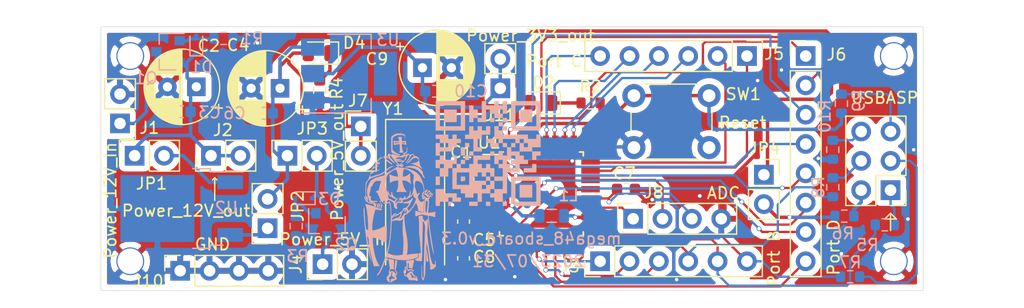
<source format=kicad_pcb>
(kicad_pcb (version 20171130) (host pcbnew "(5.1.7)-1")
  (title_block (title mega48_super_board) (date 2023-07-31) (rev v0.3) (comment 1 "Developers: piro.tex, mostovsky"))
  (layers (0 F.Cu signal) (31 B.Cu signal) (34 B.Paste user) (35 F.Paste user) (36 B.SilkS user) (37 F.SilkS user) (38 B.Mask user) (39 F.Mask user) (44 Edge.Cuts user))
  (net 0 "")
  (net 1 GND)
  (net 2 +5V)
  (net 3 "Net-(C2-Pad1)")
  (net 4 /XTAL1)
  (net 5 /AREF)
  (net 6 /XTAL2)
  (net 7 "Net-(C10-Pad1)")
  (net 8 "Net-(D1-Pad2)")
  (net 9 "Net-(D2-Pad1)")
  (net 10 "Net-(D3-Pad1)")
  (net 11 "Net-(D3-Pad2)")
  (net 12 "Net-(D4-Pad1)")
  (net 13 "Net-(J1-Pad1)")
  (net 14 /SCK)
  (net 15 /MISO)
  (net 16 /MOSI)
  (net 17 /PB2)
  (net 18 /PB1)
  (net 19 /PB0)
  (net 20 "Net-(J4-Pad1)")
  (net 21 /PC5)
  (net 22 /PC4)
  (net 23 /PC3)
  (net 24 /PC2)
  (net 25 /PC1)
  (net 26 /PC0)
  (net 27 /PD7)
  (net 28 /PD6)
  (net 29 /PD5)
  (net 30 /PD4)
  (net 31 /PD3)
  (net 32 /PD2)
  (net 33 /PD1)
  (net 34 /PD0)
  (net 35 /ADC7)
  (net 36 /ADC6)
  (net 37 "Net-(J9-Pad6)")
  (net 38 "Net-(J9-Pad5)")
  (net 39 "Net-(J9-Pad4)")
  (net 40 "Net-(J9-Pad3)")
  (net 41 "Net-(J9-Pad2)")
  (net 42 "Net-(J9-Pad1)")
  (net 43 "Net-(JP1-Pad2)")
  (net 44 "Net-(JP2-Pad1)")
  (net 45 "Net-(JP4-Pad2)")
  (net 46 "Net-(L1-Pad2)")
  (net 47 /RESET)
  (module Connector_PinHeader_2.54mm:PinHeader_2x03_P2.54mm_Vertical (layer F.Cu) (at 144.5 131 180)
    (fp_text reference J9 hide)
    (fp_text value USBASP (at 0.5 8) (layer F.SilkS))
    (pad 6 thru_hole oval (at 2.54 5.08 180) (size 1.7 1.7) (drill 1) (layers *.Cu *.Mask) (net 37 "Net-(J9-Pad6)"))
    (pad 5 thru_hole oval (at 0 5.08 180) (size 1.7 1.7) (drill 1) (layers *.Cu *.Mask) (net 38 "Net-(J9-Pad5)"))
    (pad 4 thru_hole oval (at 2.54 2.54 180) (size 1.7 1.7) (drill 1) (layers *.Cu *.Mask) (net 39 "Net-(J9-Pad4)"))
    (pad 3 thru_hole oval (at 0 2.54 180) (size 1.7 1.7) (drill 1) (layers *.Cu *.Mask) (net 40 "Net-(J9-Pad3)"))
    (pad 2 thru_hole oval (at 2.54 0 180) (size 1.7 1.7) (drill 1) (layers *.Cu *.Mask) (net 41 "Net-(J9-Pad2)"))
    (pad 1 thru_hole rect (at 0 0 180) (size 1.7 1.7) (drill 1) (layers *.Cu *.Mask) (net 42 "Net-(J9-Pad1)"))
  )
  (module Package_TO_SOT_SMD:SOT-23 (layer B.Cu) (at 95.75 134 270)
    (fp_text reference Q2 (at 1.7 -1.65 180) (layer B.SilkS) (effects (justify mirror)))
    (fp_text value AO3401A)
    (pad 3 smd rect (at 1 0 270) (size 0.9 0.8) (layers B.Cu B.Paste B.Mask) (net 20 "Net-(J4-Pad1)"))
    (pad 2 smd rect (at -1 -0.95 270) (size 0.9 0.8) (layers B.Cu B.Paste B.Mask) (net 10 "Net-(D3-Pad1)"))
    (pad 1 smd rect (at -1 0.95 270) (size 0.9 0.8) (layers B.Cu B.Paste B.Mask) (net 11 "Net-(D3-Pad2)"))
  )
  (module Package_TO_SOT_SMD:SOT-23 (layer B.Cu) (at 82 119 180)
    (fp_text reference Q1 (at 1.9 -2.3) (layer B.SilkS) (effects (justify mirror)))
    (fp_text value AO3401A)
    (pad 3 smd rect (at 1 0 180) (size 0.9 0.8) (layers B.Cu B.Paste B.Mask) (net 13 "Net-(J1-Pad1)"))
    (pad 2 smd rect (at -1 -0.95 180) (size 0.9 0.8) (layers B.Cu B.Paste B.Mask) (net 3 "Net-(C2-Pad1)"))
    (pad 1 smd rect (at -1 0.95 180) (size 0.9 0.8) (layers B.Cu B.Paste B.Mask) (net 8 "Net-(D1-Pad2)"))
  )
  (module mine:qr_code_front_10mm (layer B.Cu) (at 109.728 127.8255 180)
    (fp_text reference G*** hide)
    (fp_text value LOGO hide)
  )
  (module mine:knight_10x13mm (layer B.Cu) (at 102.0445 132.5245 180)
    (fp_text reference G*** hide)
    (fp_text value LOGO hide)
  )
  (module MountingHole:MountingHole_2.2mm_M2_Pad (layer F.Cu) (at 144.78 137.16)
    (fp_text reference REF**)
    (fp_text value MountingHole_2.2mm_M2_Pad)
    (pad 1 thru_hole circle (at 0 0) (size 2.4 2.4) (drill 2.2) (layers *.Cu *.Mask) (net 1 GND))
  )
  (module MountingHole:MountingHole_2.2mm_M2_Pad (layer F.Cu) (at 144.78 119.38)
    (fp_text reference REF**)
    (fp_text value MountingHole_2.2mm_M2_Pad)
    (pad 1 thru_hole circle (at 0 0) (size 2.4 2.4) (drill 2.2) (layers *.Cu *.Mask) (net 1 GND))
  )
  (module MountingHole:MountingHole_2.2mm_M2_Pad (layer F.Cu) (at 78.74 137.16)
    (fp_text reference REF**)
    (fp_text value MountingHole_2.2mm_M2_Pad)
    (pad 1 thru_hole circle (at 0 0) (size 2.4 2.4) (drill 2.2) (layers *.Cu *.Mask) (net 1 GND))
  )
  (module Connector_PinHeader_2.54mm:PinHeader_1x08_P2.54mm_Vertical (layer F.Cu) (at 137.16 119.38)
    (fp_text reference J6 (at 2.667 -0.127) (layer F.SilkS))
    (fp_text value "Port D" (at 2.413 16.5735 90) (layer F.SilkS))
    (pad 8 thru_hole oval (at 0 17.78) (size 1.7 1.7) (drill 1) (layers *.Cu *.Mask) (net 27 /PD7))
    (pad 7 thru_hole oval (at 0 15.24) (size 1.7 1.7) (drill 1) (layers *.Cu *.Mask) (net 28 /PD6))
    (pad 6 thru_hole oval (at 0 12.7) (size 1.7 1.7) (drill 1) (layers *.Cu *.Mask) (net 29 /PD5))
    (pad 5 thru_hole oval (at 0 10.16) (size 1.7 1.7) (drill 1) (layers *.Cu *.Mask) (net 30 /PD4))
    (pad 4 thru_hole oval (at 0 7.62) (size 1.7 1.7) (drill 1) (layers *.Cu *.Mask) (net 31 /PD3))
    (pad 3 thru_hole oval (at 0 5.08) (size 1.7 1.7) (drill 1) (layers *.Cu *.Mask) (net 32 /PD2))
    (pad 2 thru_hole oval (at 0 2.54) (size 1.7 1.7) (drill 1) (layers *.Cu *.Mask) (net 33 /PD1))
    (pad 1 thru_hole rect (at 0 0) (size 1.7 1.7) (drill 1) (layers *.Cu *.Mask) (net 34 /PD0))
  )
  (module Connector_PinHeader_2.54mm:PinHeader_1x06_P2.54mm_Vertical (layer F.Cu) (at 132.08 119.38 270)
    (fp_text reference J5 (at -0.1905 -2.3495 180) (layer F.SilkS))
    (fp_text value "Port C" (at 0.4445 16.7005 180) (layer F.SilkS))
    (pad 6 thru_hole oval (at 0 12.7 270) (size 1.7 1.7) (drill 1) (layers *.Cu *.Mask) (net 21 /PC5))
    (pad 5 thru_hole oval (at 0 10.16 270) (size 1.7 1.7) (drill 1) (layers *.Cu *.Mask) (net 22 /PC4))
    (pad 4 thru_hole oval (at 0 7.62 270) (size 1.7 1.7) (drill 1) (layers *.Cu *.Mask) (net 23 /PC3))
    (pad 3 thru_hole oval (at 0 5.08 270) (size 1.7 1.7) (drill 1) (layers *.Cu *.Mask) (net 24 /PC2))
    (pad 2 thru_hole oval (at 0 2.54 270) (size 1.7 1.7) (drill 1) (layers *.Cu *.Mask) (net 25 /PC1))
    (pad 1 thru_hole rect (at 0 0 270) (size 1.7 1.7) (drill 1) (layers *.Cu *.Mask) (net 26 /PC0))
  )
  (module Connector_PinHeader_2.54mm:PinHeader_1x06_P2.54mm_Vertical (layer F.Cu) (at 119.38 137.16 90)
    (fp_text reference J3 (at -0.4445 -2.6035 180) (layer F.SilkS))
    (fp_text value "Port B" (at 0.254 15.03 90) (layer F.SilkS))
    (pad 6 thru_hole oval (at 0 12.7 90) (size 1.7 1.7) (drill 1) (layers *.Cu *.Mask) (net 14 /SCK))
    (pad 5 thru_hole oval (at 0 10.16 90) (size 1.7 1.7) (drill 1) (layers *.Cu *.Mask) (net 15 /MISO))
    (pad 4 thru_hole oval (at 0 7.62 90) (size 1.7 1.7) (drill 1) (layers *.Cu *.Mask) (net 16 /MOSI))
    (pad 3 thru_hole oval (at 0 5.08 90) (size 1.7 1.7) (drill 1) (layers *.Cu *.Mask) (net 17 /PB2))
    (pad 2 thru_hole oval (at 0 2.54 90) (size 1.7 1.7) (drill 1) (layers *.Cu *.Mask) (net 18 /PB1))
    (pad 1 thru_hole rect (at 0 0 90) (size 1.7 1.7) (drill 1) (layers *.Cu *.Mask) (net 19 /PB0))
  )
  (module MountingHole:MountingHole_2.2mm_M2_Pad (layer F.Cu) (at 78.74 119.38)
    (fp_text reference REF**)
    (fp_text value MountingHole_2.2mm_M2_Pad)
    (pad 1 thru_hole circle (at 0 0) (size 2.4 2.4) (drill 2.2) (layers *.Cu *.Mask) (net 1 GND))
  )
  (module Package_TO_SOT_SMD:TO-252-2 (layer B.Cu) (at 83.185 132.588 180)
    (fp_text reference U2 (at -3.8735 0.0635) (layer B.SilkS) (effects (justify mirror)))
    (fp_text value LM78M05_DPAK)
    (pad 2 smd rect (at 2.1 0 180) (size 6.4 5.8) (layers B.Cu B.Mask) (net 1 GND))
    (pad 3 smd rect (at -4.2 -2.28 180) (size 2.2 1.2) (layers B.Cu B.Paste B.Mask) (net 44 "Net-(JP2-Pad1)"))
    (pad 1 smd rect (at -4.2 2.28 180) (size 2.2 1.2) (layers B.Cu B.Paste B.Mask) (net 43 "Net-(JP1-Pad2)"))
  )
  (module Crystal:Crystal_SMD_HC49-SD (layer F.Cu) (at 103.378 131.572 270)
    (fp_text reference Y1 (at -7.62 1.905 180) (layer F.SilkS))
    (fp_text value HC49)
    (pad 2 smd rect (at 4.25 0 270) (size 4.5 2) (layers F.Cu F.Paste F.Mask) (net 6 /XTAL2))
    (pad 1 smd rect (at -4.25 0 270) (size 4.5 2) (layers F.Cu F.Paste F.Mask) (net 4 /XTAL1))
  )
  (module Package_TO_SOT_SMD:SOT-223 (layer B.Cu) (at 97.663 120.904)
    (fp_text reference U3 (at 3.3655 -2.921) (layer B.SilkS) (effects (justify mirror)))
    (fp_text value AZ1117-3.3)
    (pad 1 smd rect (at -3.15 2.3) (size 2 1.5) (layers B.Cu B.Paste B.Mask) (net 1 GND))
    (pad 3 smd rect (at -3.15 -2.3) (size 2 1.5) (layers B.Cu B.Paste B.Mask) (net 2 +5V))
    (pad 2 smd rect (at -3.15 0) (size 2 1.5) (layers B.Cu B.Paste B.Mask) (net 7 "Net-(C10-Pad1)"))
    (pad 4 smd rect (at 3.15 0) (size 2 3.8) (layers B.Cu B.Paste B.Mask))
  )
  (module Package_QFP:TQFP-32_7x7mm_P0.8mm (layer F.Cu) (at 114.3 131.318)
    (fp_text reference U1 (at -4.5085 -4.445) (layer F.SilkS))
    (fp_text value ATmega48-20AU)
    (pad 32 smd rect (at -2.8 -4.25 90) (size 1.6 0.55) (layers F.Cu F.Paste F.Mask) (net 32 /PD2))
    (pad 31 smd rect (at -2 -4.25 90) (size 1.6 0.55) (layers F.Cu F.Paste F.Mask) (net 33 /PD1))
    (pad 30 smd rect (at -1.2 -4.25 90) (size 1.6 0.55) (layers F.Cu F.Paste F.Mask) (net 34 /PD0))
    (pad 29 smd rect (at -0.4 -4.25 90) (size 1.6 0.55) (layers F.Cu F.Paste F.Mask) (net 47 /RESET))
    (pad 28 smd rect (at 0.4 -4.25 90) (size 1.6 0.55) (layers F.Cu F.Paste F.Mask) (net 21 /PC5))
    (pad 27 smd rect (at 1.2 -4.25 90) (size 1.6 0.55) (layers F.Cu F.Paste F.Mask) (net 22 /PC4))
    (pad 26 smd rect (at 2 -4.25 90) (size 1.6 0.55) (layers F.Cu F.Paste F.Mask) (net 23 /PC3))
    (pad 25 smd rect (at 2.8 -4.25 90) (size 1.6 0.55) (layers F.Cu F.Paste F.Mask) (net 24 /PC2))
    (pad 24 smd rect (at 4.25 -2.8) (size 1.6 0.55) (layers F.Cu F.Paste F.Mask) (net 25 /PC1))
    (pad 23 smd rect (at 4.25 -2) (size 1.6 0.55) (layers F.Cu F.Paste F.Mask) (net 26 /PC0))
    (pad 22 smd rect (at 4.25 -1.2) (size 1.6 0.55) (layers F.Cu F.Paste F.Mask) (net 35 /ADC7))
    (pad 21 smd rect (at 4.25 -0.4) (size 1.6 0.55) (layers F.Cu F.Paste F.Mask) (net 1 GND))
    (pad 20 smd rect (at 4.25 0.4) (size 1.6 0.55) (layers F.Cu F.Paste F.Mask) (net 5 /AREF))
    (pad 19 smd rect (at 4.25 1.2) (size 1.6 0.55) (layers F.Cu F.Paste F.Mask) (net 36 /ADC6))
    (pad 18 smd rect (at 4.25 2) (size 1.6 0.55) (layers F.Cu F.Paste F.Mask) (net 46 "Net-(L1-Pad2)"))
    (pad 17 smd rect (at 4.25 2.8) (size 1.6 0.55) (layers F.Cu F.Paste F.Mask) (net 14 /SCK))
    (pad 16 smd rect (at 2.8 4.25 90) (size 1.6 0.55) (layers F.Cu F.Paste F.Mask) (net 15 /MISO))
    (pad 15 smd rect (at 2 4.25 90) (size 1.6 0.55) (layers F.Cu F.Paste F.Mask) (net 16 /MOSI))
    (pad 14 smd rect (at 1.2 4.25 90) (size 1.6 0.55) (layers F.Cu F.Paste F.Mask) (net 17 /PB2))
    (pad 13 smd rect (at 0.4 4.25 90) (size 1.6 0.55) (layers F.Cu F.Paste F.Mask) (net 18 /PB1))
    (pad 12 smd rect (at -0.4 4.25 90) (size 1.6 0.55) (layers F.Cu F.Paste F.Mask) (net 19 /PB0))
    (pad 11 smd rect (at -1.2 4.25 90) (size 1.6 0.55) (layers F.Cu F.Paste F.Mask) (net 27 /PD7))
    (pad 10 smd rect (at -2 4.25 90) (size 1.6 0.55) (layers F.Cu F.Paste F.Mask) (net 28 /PD6))
    (pad 9 smd rect (at -2.8 4.25 90) (size 1.6 0.55) (layers F.Cu F.Paste F.Mask) (net 29 /PD5))
    (pad 8 smd rect (at -4.25 2.8) (size 1.6 0.55) (layers F.Cu F.Paste F.Mask) (net 6 /XTAL2))
    (pad 7 smd rect (at -4.25 2) (size 1.6 0.55) (layers F.Cu F.Paste F.Mask) (net 4 /XTAL1))
    (pad 6 smd rect (at -4.25 1.2) (size 1.6 0.55) (layers F.Cu F.Paste F.Mask) (net 2 +5V))
    (pad 5 smd rect (at -4.25 0.4) (size 1.6 0.55) (layers F.Cu F.Paste F.Mask) (net 1 GND))
    (pad 4 smd rect (at -4.25 -0.4) (size 1.6 0.55) (layers F.Cu F.Paste F.Mask) (net 2 +5V))
    (pad 3 smd rect (at -4.25 -1.2) (size 1.6 0.55) (layers F.Cu F.Paste F.Mask) (net 1 GND))
    (pad 2 smd rect (at -4.25 -2) (size 1.6 0.55) (layers F.Cu F.Paste F.Mask) (net 30 /PD4))
    (pad 1 smd rect (at -4.25 -2.8) (size 1.6 0.55) (layers F.Cu F.Paste F.Mask) (net 31 /PD3))
  )
  (module Button_Switch_THT:SW_PUSH_6mm (layer F.Cu) (at 122.301 122.809)
    (fp_text reference SW1 (at 9.4615 -0.127) (layer F.SilkS))
    (fp_text value Reset (at 9.398 2.3495) (layer F.SilkS))
    (pad 1 thru_hole circle (at 6.5 0 90) (size 2 2) (drill 1.1) (layers *.Cu *.Mask) (net 47 /RESET))
    (pad 2 thru_hole circle (at 6.5 4.5 90) (size 2 2) (drill 1.1) (layers *.Cu *.Mask) (net 1 GND))
    (pad 1 thru_hole circle (at 0 0 90) (size 2 2) (drill 1.1) (layers *.Cu *.Mask) (net 47 /RESET))
    (pad 2 thru_hole circle (at 0 4.5 90) (size 2 2) (drill 1.1) (layers *.Cu *.Mask) (net 1 GND))
  )
  (module Resistor_SMD:R_0603_1608Metric (layer B.Cu) (at 139.5 130.75 270)
    (fp_text reference R8 (at 0 1.25 90) (layer B.SilkS) (effects (justify mirror)))
    (fp_text value 10R)
    (pad 2 smd roundrect (at 0.825 0 270) (size 0.8 0.95) (layers B.Cu B.Paste B.Mask) (net 16 /MOSI))
    (pad 1 smd roundrect (at -0.825 0 270) (size 0.8 0.95) (layers B.Cu B.Paste B.Mask) (net 39 "Net-(J9-Pad4)"))
  )
  (module Resistor_SMD:R_0603_1608Metric (layer B.Cu) (at 141 138.5 180)
    (fp_text reference R7 (at 0 1.25) (layer B.SilkS) (effects (justify mirror)))
    (fp_text value 10R)
    (pad 2 smd roundrect (at 0.825 0 180) (size 0.8 0.95) (layers B.Cu B.Paste B.Mask) (net 14 /SCK))
    (pad 1 smd roundrect (at -0.825 0 180) (size 0.8 0.95) (layers B.Cu B.Paste B.Mask) (net 40 "Net-(J9-Pad3)"))
  )
  (module Resistor_SMD:R_0603_1608Metric (layer B.Cu) (at 139.5 127.5 270)
    (fp_text reference R10 (at -2.9 0.7 90) (layer B.SilkS) (effects (justify mirror)))
    (fp_text value 1R8)
    (pad 2 smd roundrect (at 0.825 0 270) (size 0.8 0.95) (layers B.Cu B.Paste B.Mask) (net 1 GND))
    (pad 1 smd roundrect (at -0.825 0 270) (size 0.8 0.95) (layers B.Cu B.Paste B.Mask) (net 37 "Net-(J9-Pad6)"))
  )
  (module Resistor_SMD:R_0603_1608Metric (layer B.Cu) (at 140.25 123.5 270)
    (fp_text reference R9 (at -0.25 -1.5 90) (layer B.SilkS) (effects (justify mirror)))
    (fp_text value 10R)
    (pad 2 smd roundrect (at 0.825 0 270) (size 0.8 0.95) (layers B.Cu B.Paste B.Mask) (net 47 /RESET))
    (pad 1 smd roundrect (at -0.825 0 270) (size 0.8 0.95) (layers B.Cu B.Paste B.Mask) (net 38 "Net-(J9-Pad5)"))
  )
  (module Resistor_SMD:R_0603_1608Metric (layer B.Cu) (at 144 134 180)
    (fp_text reference R5 (at 1.5 -1.75) (layer B.SilkS) (effects (justify mirror)))
    (fp_text value 10R)
    (pad 2 smd roundrect (at 0.825 0 180) (size 0.8 0.95) (layers B.Cu B.Paste B.Mask) (net 15 /MISO))
    (pad 1 smd roundrect (at -0.825 0 180) (size 0.8 0.95) (layers B.Cu B.Paste B.Mask) (net 42 "Net-(J9-Pad1)"))
  )
  (module Resistor_SMD:R_0603_1608Metric (layer B.Cu) (at 140.5 133.25 180)
    (fp_text reference R6 (at 0.127 -1.5 180) (layer B.SilkS) (effects (justify mirror)))
    (fp_text value 1R8)
    (pad 2 smd roundrect (at 0.825 0 180) (size 0.8 0.95) (layers B.Cu B.Paste B.Mask) (net 45 "Net-(JP4-Pad2)"))
    (pad 1 smd roundrect (at -0.825 0 180) (size 0.8 0.95) (layers B.Cu B.Paste B.Mask) (net 41 "Net-(J9-Pad2)"))
  )
  (module Resistor_SMD:R_0603_1608Metric (layer F.Cu) (at 95.123 122.365 270)
    (fp_text reference R4 (at -0.191 -1.4605 90) (layer F.SilkS))
    (fp_text value 3k3)
    (pad 2 smd roundrect (at 0.825 0 270) (size 0.8 0.95) (layers F.Cu F.Paste F.Mask) (net 1 GND))
    (pad 1 smd roundrect (at -0.825 0 270) (size 0.8 0.95) (layers F.Cu F.Paste F.Mask) (net 12 "Net-(D4-Pad1)"))
  )
  (module Resistor_SMD:R_0603_1608Metric (layer B.Cu) (at 93.091 134.112 270)
    (fp_text reference R3 (at 2.6035 -0.127 180) (layer B.SilkS) (effects (justify mirror)))
    (fp_text value 10k)
    (pad 2 smd roundrect (at 0.825 0 270) (size 0.8 0.95) (layers B.Cu B.Paste B.Mask) (net 1 GND))
    (pad 1 smd roundrect (at -0.825 0 270) (size 0.8 0.95) (layers B.Cu B.Paste B.Mask) (net 11 "Net-(D3-Pad2)"))
  )
  (module Resistor_SMD:R_0603_1608Metric (layer F.Cu) (at 118.554 123.444)
    (fp_text reference R2 (at 0 -1.43) (layer F.SilkS))
    (fp_text value 3k3)
    (pad 2 smd roundrect (at 0.825 0) (size 0.8 0.95) (layers F.Cu F.Paste F.Mask) (net 47 /RESET))
    (pad 1 smd roundrect (at -0.825 0) (size 0.8 0.95) (layers F.Cu F.Paste F.Mask) (net 9 "Net-(D2-Pad1)"))
  )
  (module Resistor_SMD:R_0603_1608Metric (layer B.Cu) (at 86.804 117.856)
    (fp_text reference R1 (at 2.477 0) (layer B.SilkS) (effects (justify mirror)))
    (fp_text value 10k)
    (pad 2 smd roundrect (at 0.825 0) (size 0.8 0.95) (layers B.Cu B.Paste B.Mask) (net 1 GND))
    (pad 1 smd roundrect (at -0.825 0) (size 0.8 0.95) (layers B.Cu B.Paste B.Mask) (net 8 "Net-(D1-Pad2)"))
  )
  (module Inductor_SMD:L_0805_2012Metric (layer B.Cu) (at 115.189 133.223)
    (fp_text reference L1 (at 1.4605 -1.778 180) (layer B.SilkS) (effects (justify mirror)))
    (fp_text value 10u)
    (pad 2 smd roundrect (at 1.0625 0) (size 0.875 1.2) (layers B.Cu B.Paste B.Mask) (net 46 "Net-(L1-Pad2)"))
    (pad 1 smd roundrect (at -1.0625 0) (size 0.875 1.2) (layers B.Cu B.Paste B.Mask) (net 2 +5V))
  )
  (module Connector_PinSocket_2.54mm:PinSocket_1x02_P2.54mm_Vertical (layer F.Cu) (at 133.5405 129.667)
    (fp_text reference JP4 (at 0.0635 -2.286) (layer F.SilkS))
    (fp_text value Jumper_NO_Small)
    (pad 2 thru_hole oval (at 0 2.54) (size 1.7 1.7) (drill 1) (layers *.Cu *.Mask) (net 45 "Net-(JP4-Pad2)"))
    (pad 1 thru_hole rect (at 0 0) (size 1.7 1.7) (drill 1) (layers *.Cu *.Mask) (net 2 +5V))
  )
  (module Connector_PinSocket_2.54mm:PinSocket_1x02_P2.54mm_Vertical (layer F.Cu) (at 92.329 128.016 90)
    (fp_text reference JP3 (at 2.3495 2.159 180) (layer F.SilkS))
    (fp_text value Jumper_NO_Small)
    (pad 2 thru_hole oval (at 0 2.54 90) (size 1.7 1.7) (drill 1) (layers *.Cu *.Mask) (net 10 "Net-(D3-Pad1)"))
    (pad 1 thru_hole rect (at 0 0 90) (size 1.7 1.7) (drill 1) (layers *.Cu *.Mask) (net 2 +5V))
  )
  (module Connector_PinSocket_2.54mm:PinSocket_1x02_P2.54mm_Vertical (layer F.Cu) (at 90.6145 134.3025 180)
    (fp_text reference JP2 (at -2.6035 1.905 90) (layer F.SilkS))
    (fp_text value Jumper_NO_Small)
    (pad 2 thru_hole oval (at 0 2.54 180) (size 1.7 1.7) (drill 1) (layers *.Cu *.Mask) (net 2 +5V))
    (pad 1 thru_hole rect (at 0 0 180) (size 1.7 1.7) (drill 1) (layers *.Cu *.Mask) (net 44 "Net-(JP2-Pad1)"))
  )
  (module Connector_PinSocket_2.54mm:PinSocket_1x02_P2.54mm_Vertical (layer F.Cu) (at 79.121 128.016 90)
    (fp_text reference JP1 (at -2.413 1.4605 180) (layer F.SilkS))
    (fp_text value Jumper_NO_Small)
    (pad 2 thru_hole oval (at 0 2.54 90) (size 1.7 1.7) (drill 1) (layers *.Cu *.Mask) (net 43 "Net-(JP1-Pad2)"))
    (pad 1 thru_hole rect (at 0 0 90) (size 1.7 1.7) (drill 1) (layers *.Cu *.Mask) (net 3 "Net-(C2-Pad1)"))
  )
  (module Connector_PinHeader_2.54mm:PinHeader_1x02_P2.54mm_Vertical (layer F.Cu) (at 110.744 122.174 180)
    (fp_text reference J11 (at 0 -2.33) (layer F.SilkS))
    (fp_text value Power_3V3_out (at -2.6035 4.572) (layer F.SilkS))
    (pad 2 thru_hole oval (at 0 2.54 180) (size 1.7 1.7) (drill 1) (layers *.Cu *.Mask) (net 7 "Net-(C10-Pad1)"))
    (pad 1 thru_hole rect (at 0 0 180) (size 1.7 1.7) (drill 1) (layers *.Cu *.Mask) (net 7 "Net-(C10-Pad1)"))
  )
  (module Connector_PinSocket_2.54mm:PinSocket_1x04_P2.54mm_Vertical (layer F.Cu) (at 83.058 137.9855 90)
    (fp_text reference J10 (at -0.889 -2.77 180) (layer F.SilkS))
    (fp_text value GND (at 2.286 2.794 180) (layer F.SilkS))
    (pad 4 thru_hole oval (at 0 7.62 90) (size 1.7 1.7) (drill 1) (layers *.Cu *.Mask) (net 1 GND))
    (pad 3 thru_hole oval (at 0 5.08 90) (size 1.7 1.7) (drill 1) (layers *.Cu *.Mask) (net 1 GND))
    (pad 2 thru_hole oval (at 0 2.54 90) (size 1.7 1.7) (drill 1) (layers *.Cu *.Mask) (net 1 GND))
    (pad 1 thru_hole rect (at 0 0 90) (size 1.7 1.7) (drill 1) (layers *.Cu *.Mask) (net 1 GND))
  )
  (module Connector_PinSocket_2.54mm:PinSocket_1x04_P2.54mm_Vertical (layer F.Cu) (at 122.2375 133.477 90)
    (fp_text reference J8 (at 2.286 1.778 180) (layer F.SilkS))
    (fp_text value ADC (at 2.2225 7.8105 180) (layer F.SilkS))
    (pad 4 thru_hole oval (at 0 7.62 90) (size 1.7 1.7) (drill 1) (layers *.Cu *.Mask) (net 1 GND))
    (pad 3 thru_hole oval (at 0 5.08 90) (size 1.7 1.7) (drill 1) (layers *.Cu *.Mask) (net 5 /AREF))
    (pad 2 thru_hole oval (at 0 2.54 90) (size 1.7 1.7) (drill 1) (layers *.Cu *.Mask) (net 35 /ADC7))
    (pad 1 thru_hole rect (at 0 0 90) (size 1.7 1.7) (drill 1) (layers *.Cu *.Mask) (net 36 /ADC6))
  )
  (module Connector_PinHeader_2.54mm:PinHeader_1x02_P2.54mm_Vertical (layer F.Cu) (at 98.679 125.476)
    (fp_text reference J7 (at -0.254 -2.2225) (layer F.SilkS))
    (fp_text value Power_5V_out (at -2.032 3.1115 90) (layer F.SilkS))
    (pad 2 thru_hole oval (at 0 2.54) (size 1.7 1.7) (drill 1) (layers *.Cu *.Mask) (net 2 +5V))
    (pad 1 thru_hole rect (at 0 0) (size 1.7 1.7) (drill 1) (layers *.Cu *.Mask) (net 2 +5V))
  )
  (module Connector_PinHeader_2.54mm:PinHeader_1x02_P2.54mm_Vertical (layer F.Cu) (at 95.377 137.414 90)
    (fp_text reference J4 (at 0 -2.33 90) (layer F.SilkS))
    (fp_text value Power_5V_in (at 2.159 0.8255 180) (layer F.SilkS))
    (pad 2 thru_hole oval (at 0 2.54 90) (size 1.7 1.7) (drill 1) (layers *.Cu *.Mask) (net 1 GND))
    (pad 1 thru_hole rect (at 0 0 90) (size 1.7 1.7) (drill 1) (layers *.Cu *.Mask) (net 20 "Net-(J4-Pad1)"))
  )
  (module Connector_PinHeader_2.54mm:PinHeader_1x02_P2.54mm_Vertical (layer F.Cu) (at 85.725 128.016 90)
    (fp_text reference J2 (at 2.2225 1.016 180) (layer F.SilkS))
    (fp_text value Power_12V_out (at -4.7625 -2.159 180) (layer F.SilkS))
    (pad 2 thru_hole oval (at 0 2.54 90) (size 1.7 1.7) (drill 1) (layers *.Cu *.Mask) (net 3 "Net-(C2-Pad1)"))
    (pad 1 thru_hole rect (at 0 0 90) (size 1.7 1.7) (drill 1) (layers *.Cu *.Mask) (net 3 "Net-(C2-Pad1)"))
  )
  (module Connector_PinHeader_2.54mm:PinHeader_1x02_P2.54mm_Vertical (layer F.Cu) (at 77.851 125.222 180)
    (fp_text reference J1 (at -2.54 -0.381) (layer F.SilkS))
    (fp_text value Power_12V_in (at 0.8255 -6.6675 90) (layer F.SilkS))
    (pad 2 thru_hole oval (at 0 2.54 180) (size 1.7 1.7) (drill 1) (layers *.Cu *.Mask) (net 1 GND))
    (pad 1 thru_hole rect (at 0 0 180) (size 1.7 1.7) (drill 1) (layers *.Cu *.Mask) (net 13 "Net-(J1-Pad1)"))
  )
  (module Diode_SMD:D_0805_2012Metric (layer F.Cu) (at 95.0745 119.126 180)
    (fp_text reference D4 (at -3.033 0.889) (layer F.SilkS))
    (fp_text value LED)
    (pad 2 smd roundrect (at 0.9375 0 180) (size 0.975 1.4) (layers F.Cu F.Paste F.Mask) (net 2 +5V))
    (pad 1 smd roundrect (at -0.9375 0 180) (size 0.975 1.4) (layers F.Cu F.Paste F.Mask) (net 12 "Net-(D4-Pad1)"))
  )
  (module Diode_SMD:D_SC-80 (layer B.Cu) (at 93.726 131.699 180)
    (fp_text reference D3 (at -2.2225 -0.0635) (layer B.SilkS) (effects (justify mirror)))
    (fp_text value BZX84Cxx)
    (pad 1 smd rect (at -0.725 0 180) (size 0.35 0.35) (layers B.Cu B.Paste B.Mask) (net 10 "Net-(D3-Pad1)"))
    (pad 2 smd rect (at 0.725 0 180) (size 0.35 0.35) (layers B.Cu B.Paste B.Mask) (net 11 "Net-(D3-Pad2)"))
  )
  (module Diode_SMD:D_0805_2012Metric (layer F.Cu) (at 114.2515 123.444 180)
    (fp_text reference D2 (at -0.239 1.778) (layer F.SilkS))
    (fp_text value LED)
    (pad 2 smd roundrect (at 0.9375 0 180) (size 0.975 1.4) (layers F.Cu F.Paste F.Mask) (net 2 +5V))
    (pad 1 smd roundrect (at -0.9375 0 180) (size 0.975 1.4) (layers F.Cu F.Paste F.Mask) (net 9 "Net-(D2-Pad1)"))
  )
  (module Diode_SMD:D_SC-80 (layer B.Cu) (at 84.455 118.364 90)
    (fp_text reference D1 (at -1.9685 0.4445 180) (layer B.SilkS) (effects (justify mirror)))
    (fp_text value BZX84Cxx)
    (pad 1 smd rect (at -0.725 0 90) (size 0.35 0.35) (layers B.Cu B.Paste B.Mask) (net 3 "Net-(C2-Pad1)"))
    (pad 2 smd rect (at 0.725 0 90) (size 0.35 0.35) (layers B.Cu B.Paste B.Mask) (net 8 "Net-(D1-Pad2)"))
  )
  (module Capacitor_SMD:C_0603_1608Metric (layer B.Cu) (at 105.029 122.428)
    (fp_text reference C10 (at 3.175 0) (layer B.SilkS) (effects (justify mirror)))
    (fp_text value 100n)
    (pad 2 smd roundrect (at 0.775 0) (size 0.9 0.95) (layers B.Cu B.Paste B.Mask) (net 1 GND))
    (pad 1 smd roundrect (at -0.775 0) (size 0.9 0.95) (layers B.Cu B.Paste B.Mask) (net 7 "Net-(C10-Pad1)"))
  )
  (module Capacitor_THT:CP_Radial_D6.3mm_P2.50mm (layer F.Cu) (at 104.013 120.396)
    (fp_text reference C9 (at -3.937 -0.762) (layer F.SilkS))
    (fp_text value 220u)
    (pad 2 thru_hole circle (at 2.5 0) (size 1.6 1.6) (drill 0.8) (layers *.Cu *.Mask) (net 1 GND))
    (pad 1 thru_hole rect (at 0 0) (size 1.6 1.6) (drill 0.8) (layers *.Cu *.Mask) (net 7 "Net-(C10-Pad1)"))
  )
  (module Capacitor_SMD:C_0603_1608Metric (layer F.Cu) (at 107.569 136.906 270)
    (fp_text reference C8 (at -0.127 -1.778 180) (layer F.SilkS))
    (fp_text value 22p)
    (pad 2 smd roundrect (at 0.775 0 270) (size 0.9 0.95) (layers F.Cu F.Paste F.Mask) (net 1 GND))
    (pad 1 smd roundrect (at -0.775 0 270) (size 0.9 0.95) (layers F.Cu F.Paste F.Mask) (net 6 /XTAL2))
  )
  (module Capacitor_SMD:C_0603_1608Metric (layer F.Cu) (at 121.6155 130.9116)
    (fp_text reference C7 (at -0.14 -1.3716) (layer F.SilkS))
    (fp_text value 100n)
    (pad 2 smd roundrect (at 0.775 0) (size 0.9 0.95) (layers F.Cu F.Paste F.Mask) (net 1 GND))
    (pad 1 smd roundrect (at -0.775 0) (size 0.9 0.95) (layers F.Cu F.Paste F.Mask) (net 5 /AREF))
  )
  (module Capacitor_SMD:C_0603_1608Metric (layer B.Cu) (at 90.297 124.333 180)
    (fp_text reference C6 (at 2.54 0) (layer B.SilkS) (effects (justify mirror)))
    (fp_text value 100n)
    (pad 2 smd roundrect (at 0.775 0 180) (size 0.9 0.95) (layers B.Cu B.Paste B.Mask) (net 1 GND))
    (pad 1 smd roundrect (at -0.775 0 180) (size 0.9 0.95) (layers B.Cu B.Paste B.Mask) (net 2 +5V))
  )
  (module Capacitor_SMD:C_0603_1608Metric (layer F.Cu) (at 107.569 133.718 90)
    (fp_text reference C5 (at -1.6005 1.778 180) (layer F.SilkS))
    (fp_text value 22p)
    (pad 2 smd roundrect (at 0.775 0 90) (size 0.9 0.95) (layers F.Cu F.Paste F.Mask) (net 1 GND))
    (pad 1 smd roundrect (at -0.775 0 90) (size 0.9 0.95) (layers F.Cu F.Paste F.Mask) (net 4 /XTAL1))
  )
  (module Capacitor_THT:CP_Radial_D6.3mm_P2.50mm (layer F.Cu) (at 91.694 122.174 180)
    (fp_text reference C4 (at 3.6195 3.7465) (layer F.SilkS))
    (fp_text value 220u)
    (pad 2 thru_hole circle (at 2.5 0 180) (size 1.6 1.6) (drill 0.8) (layers *.Cu *.Mask) (net 1 GND))
    (pad 1 thru_hole rect (at 0 0 180) (size 1.6 1.6) (drill 0.8) (layers *.Cu *.Mask) (net 2 +5V))
  )
  (module Capacitor_SMD:C_0603_1608Metric (layer B.Cu) (at 83.185 124.206 180)
    (fp_text reference C3 (at -2.413 -0.0635) (layer B.SilkS) (effects (justify mirror)))
    (fp_text value 100n)
    (pad 2 smd roundrect (at 0.775 0 180) (size 0.9 0.95) (layers B.Cu B.Paste B.Mask) (net 1 GND))
    (pad 1 smd roundrect (at -0.775 0 180) (size 0.9 0.95) (layers B.Cu B.Paste B.Mask) (net 3 "Net-(C2-Pad1)"))
  )
  (module Capacitor_SMD:C_0603_1608Metric (layer F.Cu) (at 107.95 130.048 90)
    (fp_text reference C1 (at 2.3495 -0.5715) (layer F.SilkS))
    (fp_text value 100n)
    (pad 2 smd roundrect (at 0.775 0 90) (size 0.9 0.95) (layers F.Cu F.Paste F.Mask) (net 1 GND))
    (pad 1 smd roundrect (at -0.775 0 90) (size 0.9 0.95) (layers F.Cu F.Paste F.Mask) (net 2 +5V))
  )
  (module Capacitor_THT:CP_Radial_D6.3mm_P2.50mm (layer F.Cu) (at 84.455 122.047 180)
    (fp_text reference C2 (at -1.0795 3.556) (layer F.SilkS))
    (fp_text value 220u)
    (pad 2 thru_hole circle (at 2.5 0 180) (size 1.6 1.6) (drill 0.8) (layers *.Cu *.Mask) (net 1 GND))
    (pad 1 thru_hole rect (at 0 0 180) (size 1.6 1.6) (drill 0.8) (layers *.Cu *.Mask) (net 3 "Net-(C2-Pad1)"))
  )
  (gr_line (start 145 133.5) (end 144.5 133) (layer F.SilkS) (width 0.12))
  (gr_line (start 144 133.5) (end 145 133.5) (layer F.SilkS) (width 0.12))
  (gr_line (start 144.5 133) (end 144 133.5) (layer F.SilkS) (width 0.12))
  (gr_line (start 144.5 133) (end 144.5 134.5) (layer F.SilkS) (width 0.12))
  (gr_text 2023/07/31 (at 113.157 137.16) (layer B.SilkS) (effects (font (size 1 1)) (justify mirror)))
  (gr_text mega48_sboard_v0.3 (at 113.411 135.1915) (layer B.SilkS) (effects (font (size 1 1)) (justify mirror)))
  (gr_line (start 86.0425 129.921) (end 86.233 130.1115) (layer F.SilkS) (width 0.12))
  (gr_line (start 86.0425 129.921) (end 85.852 130.1115) (layer F.SilkS) (width 0.12))
  (gr_line (start 86.0425 131.8895) (end 86.0425 129.921) (layer F.SilkS) (width 0.12))
  (gr_line (start 147.32 139.7) (end 147.32 116.84) (layer Edge.Cuts) (width 0.05))
  (gr_line (start 76.2 139.7) (end 147.32 139.7) (layer Edge.Cuts) (width 0.05))
  (gr_line (start 76.2 116.84) (end 76.2 139.7) (layer Edge.Cuts) (width 0.05))
  (gr_line (start 147.32 116.84) (end 76.2 116.84) (layer Edge.Cuts) (width 0.05))
  (segment (start 118.55 130.918) (end 117.45 130.918) (width 0.3) (layer F.Cu) (net 1))
  (via (at 116.967 128.4685) (size 0.4) (drill 0.3) (layers F.Cu B.Cu) (net 1))
  (segment (start 116.967 130.435) (end 116.967 128.4685) (width 0.3) (layer F.Cu) (net 1))
  (segment (start 122.246 127.254) (end 122.301 127.309) (width 0.3) (layer B.Cu) (net 1))
  (segment (start 118.1815 127.254) (end 122.246 127.254) (width 0.3) (layer B.Cu) (net 1))
  (segment (start 116.967 128.4685) (end 118.1815 127.254) (width 0.3) (layer B.Cu) (net 1))
  (segment (start 117.45 130.918) (end 116.967 130.435) (width 0.3) (layer F.Cu) (net 1))
  (via (at 135.0645 120.5865) (size 0.4) (drill 0.3) (layers F.Cu B.Cu) (net 1))
  (segment (start 143.5735 120.5865) (end 144.78 119.38) (width 0.3) (layer B.Cu) (net 1))
  (segment (start 135.0645 120.5865) (end 143.5735 120.5865) (width 0.3) (layer B.Cu) (net 1))
  (via (at 106.6165 128.27) (size 0.4) (drill 0.3) (layers F.Cu B.Cu) (net 1))
  (segment (start 107.6325 127.254) (end 106.6165 128.27) (width 0.3) (layer B.Cu) (net 1))
  (segment (start 118.1815 127.254) (end 107.6325 127.254) (width 0.3) (layer B.Cu) (net 1))
  (segment (start 106.947 128.27) (end 107.95 129.273) (width 0.3) (layer F.Cu) (net 1))
  (segment (start 106.6165 128.27) (end 106.947 128.27) (width 0.3) (layer F.Cu) (net 1))
  (via (at 106.6165 132.2705) (size 0.4) (drill 0.3) (layers F.Cu B.Cu) (net 1))
  (segment (start 106.6165 128.27) (end 106.6165 132.2705) (width 0.3) (layer B.Cu) (net 1))
  (segment (start 106.6165 132.2705) (end 106.6165 132.7785) (width 0.3) (layer F.Cu) (net 1))
  (segment (start 106.781 132.943) (end 107.569 132.943) (width 0.3) (layer F.Cu) (net 1))
  (segment (start 106.6165 132.7785) (end 106.781 132.943) (width 0.3) (layer F.Cu) (net 1))
  (segment (start 108.795 130.118) (end 110.05 130.118) (width 0.3) (layer F.Cu) (net 1))
  (segment (start 107.95 129.273) (end 108.795 130.118) (width 0.3) (layer F.Cu) (net 1))
  (segment (start 108.794 131.718) (end 107.569 132.943) (width 0.3) (layer F.Cu) (net 1))
  (segment (start 110.05 131.718) (end 108.794 131.718) (width 0.3) (layer F.Cu) (net 1))
  (segment (start 130.175 130.55741) (end 130.175 133.477) (width 0.3) (layer F.Cu) (net 1))
  (segment (start 133.280001 127.452409) (end 130.175 130.55741) (width 0.3) (layer F.Cu) (net 1))
  (segment (start 133.280001 122.370999) (end 133.280001 127.452409) (width 0.3) (layer F.Cu) (net 1))
  (segment (start 135.0645 120.5865) (end 133.280001 122.370999) (width 0.3) (layer F.Cu) (net 1))
  (via (at 123.8885 131.826) (size 0.4) (drill 0.3) (layers F.Cu B.Cu) (net 1))
  (segment (start 122.3905 131.0005) (end 123.216 131.826) (width 0.3) (layer F.Cu) (net 1))
  (segment (start 123.216 131.826) (end 123.8885 131.826) (width 0.3) (layer F.Cu) (net 1))
  (segment (start 129.8575 134.874) (end 129.8575 133.477) (width 0.3) (layer B.Cu) (net 1))
  (segment (start 129.6035 135.128) (end 129.8575 134.874) (width 0.3) (layer B.Cu) (net 1))
  (segment (start 126.492 135.128) (end 129.6035 135.128) (width 0.3) (layer B.Cu) (net 1))
  (segment (start 126.0475 134.6835) (end 126.492 135.128) (width 0.3) (layer B.Cu) (net 1))
  (segment (start 126.0475 132.52591) (end 126.0475 134.6835) (width 0.3) (layer B.Cu) (net 1))
  (segment (start 125.34759 131.826) (end 126.0475 132.52591) (width 0.3) (layer B.Cu) (net 1))
  (segment (start 123.8885 131.826) (end 125.34759 131.826) (width 0.3) (layer B.Cu) (net 1))
  (via (at 133 121.5) (size 0.4) (drill 0.3) (layers F.Cu B.Cu) (net 1))
  (via (at 138.25 128.25) (size 0.4) (drill 0.3) (layers F.Cu B.Cu) (net 1))
  (via (at 140.25 136.5) (size 0.4) (drill 0.3) (layers F.Cu B.Cu) (net 1))
  (via (at 146.5 127.5) (size 0.4) (drill 0.3) (layers F.Cu B.Cu) (net 1))
  (via (at 146 133.5) (size 0.4) (drill 0.3) (layers F.Cu B.Cu) (net 1))
  (via (at 128 131.5) (size 0.4) (drill 0.3) (layers F.Cu B.Cu) (net 1))
  (via (at 126 138.75) (size 0.4) (drill 0.3) (layers F.Cu B.Cu) (net 1))
  (via (at 112 138.5) (size 0.4) (drill 0.3) (layers F.Cu B.Cu) (net 1))
  (via (at 106 138.75) (size 0.4) (drill 0.3) (layers F.Cu B.Cu) (net 1))
  (via (at 96.75 130.75) (size 0.4) (drill 0.3) (layers F.Cu B.Cu) (net 1))
  (via (at 89.75 118.25) (size 0.4) (drill 0.3) (layers F.Cu B.Cu) (net 1))
  (segment (start 138.325 128.325) (end 138.25 128.25) (width 0.3) (layer B.Cu) (net 1))
  (segment (start 139.5 128.325) (end 138.325 128.325) (width 0.3) (layer B.Cu) (net 1))
  (segment (start 126 138.75) (end 125.75 138.5) (width 0.3) (layer B.Cu) (net 1))
  (segment (start 125.75 135.87) (end 126.492 135.128) (width 0.3) (layer B.Cu) (net 1))
  (segment (start 125.75 138.5) (end 125.75 135.87) (width 0.3) (layer B.Cu) (net 1))
  (segment (start 92.329 128.016) (end 91.567 128.016) (width 0.3) (layer B.Cu) (net 2))
  (segment (start 91.072 127.521) (end 91.072 124.333) (width 0.3) (layer B.Cu) (net 2))
  (segment (start 91.567 128.016) (end 91.072 127.521) (width 0.3) (layer B.Cu) (net 2))
  (segment (start 91.072 122.796) (end 91.694 122.174) (width 0.3) (layer B.Cu) (net 2))
  (segment (start 91.072 124.333) (end 91.072 122.796) (width 0.3) (layer B.Cu) (net 2))
  (segment (start 91.694 122.174) (end 91.694 119.634) (width 0.3) (layer B.Cu) (net 2))
  (segment (start 92.724 118.604) (end 94.513 118.604) (width 0.3) (layer B.Cu) (net 2))
  (segment (start 91.694 119.634) (end 92.724 118.604) (width 0.3) (layer B.Cu) (net 2))
  (segment (start 91.694 122.174) (end 91.694 120.269) (width 0.3) (layer F.Cu) (net 2))
  (segment (start 92.837 119.126) (end 94.137 119.126) (width 0.3) (layer F.Cu) (net 2))
  (segment (start 91.694 120.269) (end 92.456 119.507) (width 0.3) (layer F.Cu) (net 2))
  (segment (start 92.456 119.507) (end 92.837 119.126) (width 0.3) (layer F.Cu) (net 2))
  (segment (start 93.599 121.158) (end 93.599 124.587) (width 0.3) (layer F.Cu) (net 2))
  (segment (start 92.456 120.015) (end 93.599 121.158) (width 0.3) (layer F.Cu) (net 2))
  (segment (start 93.599 124.587) (end 94.488 125.476) (width 0.3) (layer F.Cu) (net 2))
  (segment (start 92.456 119.507) (end 92.456 120.015) (width 0.3) (layer F.Cu) (net 2))
  (segment (start 98.679 125.476) (end 98.679 128.016) (width 0.3) (layer F.Cu) (net 2))
  (segment (start 94.488 125.476) (end 97.409 125.476) (width 0.3) (layer F.Cu) (net 2))
  (segment (start 97.409 125.476) (end 98.679 125.476) (width 0.3) (layer F.Cu) (net 2))
  (segment (start 105.169 130.823) (end 107.95 130.823) (width 0.3) (layer F.Cu) (net 2))
  (segment (start 104.902 130.556) (end 105.169 130.823) (width 0.3) (layer F.Cu) (net 2))
  (segment (start 104.902 124.965998) (end 104.902 130.556) (width 0.3) (layer F.Cu) (net 2))
  (segment (start 104.142002 124.206) (end 104.902 124.965998) (width 0.3) (layer F.Cu) (net 2))
  (segment (start 97.536 124.206) (end 104.142002 124.206) (width 0.3) (layer F.Cu) (net 2))
  (segment (start 97.409 124.333) (end 97.536 124.206) (width 0.3) (layer F.Cu) (net 2))
  (segment (start 97.409 125.476) (end 97.409 124.333) (width 0.3) (layer F.Cu) (net 2))
  (segment (start 109.955 130.823) (end 110.05 130.918) (width 0.3) (layer F.Cu) (net 2))
  (segment (start 107.95 130.823) (end 109.955 130.823) (width 0.3) (layer F.Cu) (net 2))
  (segment (start 111.233 130.918) (end 110.05 130.918) (width 0.3) (layer F.Cu) (net 2))
  (segment (start 111.379 131.064) (end 111.233 130.918) (width 0.3) (layer F.Cu) (net 2))
  (segment (start 111.379 132.334) (end 111.379 131.064) (width 0.3) (layer F.Cu) (net 2))
  (segment (start 111.195 132.518) (end 111.379 132.334) (width 0.3) (layer F.Cu) (net 2))
  (segment (start 110.05 132.518) (end 111.195 132.518) (width 0.3) (layer F.Cu) (net 2))
  (segment (start 111.379 132.334) (end 111.76 132.334) (width 0.3) (layer F.Cu) (net 2))
  (via (at 111.76 132.334) (size 0.4) (drill 0.3) (layers F.Cu B.Cu) (net 2))
  (segment (start 112.649 133.223) (end 114.1265 133.223) (width 0.3) (layer B.Cu) (net 2))
  (segment (start 111.76 132.334) (end 112.649 133.223) (width 0.3) (layer B.Cu) (net 2))
  (segment (start 113.314 124.303) (end 113.314 123.444) (width 0.3) (layer F.Cu) (net 2))
  (segment (start 112.651002 124.965998) (end 113.314 124.303) (width 0.3) (layer F.Cu) (net 2))
  (segment (start 104.902 124.965998) (end 112.206502 124.965998) (width 0.3) (layer F.Cu) (net 2))
  (segment (start 112.206502 124.965998) (end 112.651002 124.965998) (width 0.3) (layer F.Cu) (net 2))
  (segment (start 133.858 123.825) (end 133.858 129.667) (width 0.3) (layer F.Cu) (net 2))
  (segment (start 138.811 123.1265) (end 134.5565 123.1265) (width 0.3) (layer F.Cu) (net 2))
  (segment (start 112.206502 124.965998) (end 112.206502 118.552498) (width 0.3) (layer F.Cu) (net 2))
  (segment (start 134.5565 123.1265) (end 133.858 123.825) (width 0.3) (layer F.Cu) (net 2))
  (segment (start 139.38801 122.54949) (end 138.811 123.1265) (width 0.3) (layer F.Cu) (net 2))
  (segment (start 113.54399 117.21501) (end 138.93201 117.21501) (width 0.3) (layer F.Cu) (net 2))
  (segment (start 112.206502 118.552498) (end 113.54399 117.21501) (width 0.3) (layer F.Cu) (net 2))
  (segment (start 138.93201 117.21501) (end 139.38801 117.67101) (width 0.3) (layer F.Cu) (net 2))
  (segment (start 139.38801 117.67101) (end 139.38801 122.54949) (width 0.3) (layer F.Cu) (net 2))
  (segment (start 92.329 130.048) (end 90.6145 131.7625) (width 0.3) (layer B.Cu) (net 2))
  (segment (start 92.329 128.016) (end 92.329 130.048) (width 0.3) (layer B.Cu) (net 2))
  (segment (start 83.656 119.888) (end 84.455 119.089) (width 0.3) (layer B.Cu) (net 3))
  (segment (start 83.656 121.248) (end 84.455 122.047) (width 0.3) (layer B.Cu) (net 3))
  (segment (start 83.96 121.552) (end 83.656 121.248) (width 0.3) (layer B.Cu) (net 3))
  (segment (start 83.96 124.206) (end 83.96 121.552) (width 0.3) (layer B.Cu) (net 3))
  (segment (start 83.96 126.251) (end 85.725 128.016) (width 0.3) (layer B.Cu) (net 3))
  (segment (start 83.96 124.206) (end 83.96 126.251) (width 0.3) (layer B.Cu) (net 3))
  (segment (start 79.121 128.016) (end 79.121 127.381) (width 0.3) (layer B.Cu) (net 3))
  (segment (start 80.251 126.251) (end 83.96 126.251) (width 0.3) (layer B.Cu) (net 3))
  (segment (start 79.121 127.381) (end 80.251 126.251) (width 0.3) (layer B.Cu) (net 3))
  (segment (start 85.725 128.016) (end 88.265 128.016) (width 0.3) (layer B.Cu) (net 3))
  (segment (start 83.2 119.95) (end 83.656 120.406) (width 0.3) (layer B.Cu) (net 3))
  (segment (start 83 119.95) (end 83.2 119.95) (width 0.3) (layer B.Cu) (net 3))
  (segment (start 83.656 120.406) (end 83.656 121.248) (width 0.3) (layer B.Cu) (net 3))
  (segment (start 83.656 119.888) (end 83.656 120.406) (width 0.3) (layer B.Cu) (net 3))
  (segment (start 107.569 134.493) (end 106.426 134.493) (width 0.2) (layer F.Cu) (net 4))
  (segment (start 103.378 131.445) (end 103.378 127.322) (width 0.2) (layer F.Cu) (net 4))
  (segment (start 106.426 134.493) (end 103.378 131.445) (width 0.2) (layer F.Cu) (net 4))
  (segment (start 108.744 133.318) (end 110.05 133.318) (width 0.2) (layer F.Cu) (net 4))
  (segment (start 107.569 134.493) (end 108.744 133.318) (width 0.2) (layer F.Cu) (net 4))
  (segment (start 118.55 131.718) (end 120.0975 131.718) (width 0.2) (layer F.Cu) (net 5))
  (segment (start 120.123 131.718) (end 120.8405 131.0005) (width 0.2) (layer F.Cu) (net 5))
  (segment (start 120.0975 131.718) (end 120.123 131.718) (width 0.2) (layer F.Cu) (net 5))
  (segment (start 120.904 131.318) (end 120.204 132.018) (width 0.2) (layer B.Cu) (net 5))
  (via (at 120.142 132.018) (size 0.4) (drill 0.3) (layers F.Cu B.Cu) (net 5))
  (segment (start 120.142 132.018) (end 120.142 131.7625) (width 0.2) (layer F.Cu) (net 5))
  (segment (start 120.142 131.7625) (end 120.0975 131.718) (width 0.2) (layer F.Cu) (net 5))
  (segment (start 127.635 133.477) (end 125.476 131.318) (width 0.2) (layer B.Cu) (net 5))
  (segment (start 125.476 131.318) (end 120.904 131.318) (width 0.2) (layer B.Cu) (net 5))
  (segment (start 120.204 132.018) (end 120.142 132.018) (width 0.2) (layer B.Cu) (net 5))
  (segment (start 103.687 136.131) (end 103.378 135.822) (width 0.2) (layer F.Cu) (net 6))
  (segment (start 107.569 136.131) (end 103.687 136.131) (width 0.2) (layer F.Cu) (net 6))
  (segment (start 108.037 136.131) (end 110.05 134.118) (width 0.2) (layer F.Cu) (net 6))
  (segment (start 107.569 136.131) (end 108.037 136.131) (width 0.2) (layer F.Cu) (net 6))
  (segment (start 102.235 118.618) (end 104.013 120.396) (width 0.3) (layer B.Cu) (net 7))
  (segment (start 98.552 118.618) (end 102.235 118.618) (width 0.3) (layer B.Cu) (net 7))
  (segment (start 96.266 120.904) (end 98.552 118.618) (width 0.3) (layer B.Cu) (net 7))
  (segment (start 94.513 120.904) (end 96.266 120.904) (width 0.3) (layer B.Cu) (net 7))
  (segment (start 104.013 122.187) (end 104.254 122.428) (width 0.3) (layer B.Cu) (net 7))
  (segment (start 104.013 120.396) (end 104.013 122.187) (width 0.3) (layer B.Cu) (net 7))
  (segment (start 104.254 122.428) (end 104.254 123.431) (width 0.3) (layer B.Cu) (net 7))
  (segment (start 104.254 123.431) (end 104.648 123.825) (width 0.3) (layer B.Cu) (net 7))
  (segment (start 109.093 123.825) (end 110.744 122.174) (width 0.3) (layer B.Cu) (net 7))
  (segment (start 104.648 123.825) (end 109.093 123.825) (width 0.3) (layer B.Cu) (net 7))
  (segment (start 110.744 122.174) (end 110.744 119.634) (width 0.3) (layer B.Cu) (net 7))
  (segment (start 84.206 117.888) (end 84.455 117.639) (width 0.3) (layer B.Cu) (net 8))
  (segment (start 85.947 117.888) (end 85.979 117.856) (width 0.3) (layer B.Cu) (net 8))
  (segment (start 84.206 117.888) (end 85.947 117.888) (width 0.3) (layer B.Cu) (net 8))
  (segment (start 84.206 117.888) (end 83.862 117.888) (width 0.3) (layer B.Cu) (net 8))
  (segment (start 83.7 118.05) (end 83 118.05) (width 0.3) (layer B.Cu) (net 8))
  (segment (start 83.862 117.888) (end 83.7 118.05) (width 0.3) (layer B.Cu) (net 8))
  (segment (start 115.189 123.444) (end 117.729 123.444) (width 0.3) (layer F.Cu) (net 9))
  (segment (start 94.869 128.016) (end 94.869 131.408) (width 0.3) (layer B.Cu) (net 10))
  (segment (start 94.742 131.408) (end 94.451 131.699) (width 0.3) (layer B.Cu) (net 10))
  (segment (start 94.869 131.408) (end 94.742 131.408) (width 0.3) (layer B.Cu) (net 10))
  (segment (start 94.869 131.408) (end 94.908 131.408) (width 0.3) (layer B.Cu) (net 10))
  (segment (start 94.908 131.408) (end 95.75 132.25) (width 0.3) (layer B.Cu) (net 10))
  (segment (start 95.75 132.25) (end 95.75 132.75) (width 0.3) (layer B.Cu) (net 10))
  (segment (start 96 133) (end 96.7 133) (width 0.3) (layer B.Cu) (net 10))
  (segment (start 95.75 132.75) (end 96 133) (width 0.3) (layer B.Cu) (net 10))
  (segment (start 93.001 133.197) (end 93.091 133.287) (width 0.3) (layer B.Cu) (net 11))
  (segment (start 93.001 132.251) (end 93.501 132.251) (width 0.3) (layer B.Cu) (net 11))
  (segment (start 93.001 131.826) (end 93.001 132.251) (width 0.3) (layer B.Cu) (net 11))
  (segment (start 93.001 132.251) (end 93.001 133.197) (width 0.3) (layer B.Cu) (net 11))
  (segment (start 94.25 133) (end 94.8 133) (width 0.3) (layer B.Cu) (net 11))
  (segment (start 93.501 132.251) (end 94.25 133) (width 0.3) (layer B.Cu) (net 11))
  (segment (start 96.012 120.651) (end 95.123 121.54) (width 0.3) (layer F.Cu) (net 12))
  (segment (start 96.012 119.126) (end 96.012 120.651) (width 0.3) (layer F.Cu) (net 12))
  (segment (start 79.121 125.222) (end 77.851 125.222) (width 0.3) (layer B.Cu) (net 13))
  (segment (start 80.137 124.206) (end 79.121 125.222) (width 0.3) (layer B.Cu) (net 13))
  (segment (start 80.137 121.158) (end 80.137 124.206) (width 0.3) (layer B.Cu) (net 13))
  (segment (start 81 120.295) (end 80.137 121.158) (width 0.3) (layer B.Cu) (net 13))
  (segment (start 81 119) (end 81 120.295) (width 0.3) (layer B.Cu) (net 13))
  (segment (start 118.55 134.118) (end 119.286989 134.854989) (width 0.2) (layer F.Cu) (net 14))
  (segment (start 119.286989 134.854989) (end 129.774989 134.854989) (width 0.2) (layer F.Cu) (net 14))
  (segment (start 129.774989 134.854989) (end 132.08 137.16) (width 0.2) (layer F.Cu) (net 14))
  (segment (start 132.08 137.16) (end 133.41 137.16) (width 0.2) (layer B.Cu) (net 14))
  (segment (start 134.75 138.5) (end 140.175 138.5) (width 0.2) (layer B.Cu) (net 14))
  (segment (start 133.41 137.16) (end 134.75 138.5) (width 0.2) (layer B.Cu) (net 14))
  (segment (start 117.159 135.509) (end 117.1 135.568) (width 0.2) (layer F.Cu) (net 15))
  (segment (start 117.413 135.255) (end 117.1 135.568) (width 0.2) (layer F.Cu) (net 15))
  (segment (start 129.01299 135.255) (end 117.413 135.255) (width 0.2) (layer F.Cu) (net 15))
  (segment (start 129.54 135.78201) (end 129.01299 135.255) (width 0.2) (layer F.Cu) (net 15))
  (segment (start 129.54 137.16) (end 129.54 135.78201) (width 0.2) (layer F.Cu) (net 15))
  (segment (start 143.175 134.825) (end 143.175 134) (width 0.2) (layer B.Cu) (net 15))
  (segment (start 141 137) (end 143.175 134.825) (width 0.2) (layer B.Cu) (net 15))
  (segment (start 141 139) (end 141 137) (width 0.2) (layer B.Cu) (net 15))
  (segment (start 130.52501 139.27501) (end 140.72499 139.27501) (width 0.2) (layer B.Cu) (net 15))
  (segment (start 129.54 138.29) (end 130.52501 139.27501) (width 0.2) (layer B.Cu) (net 15))
  (segment (start 140.72499 139.27501) (end 141 139) (width 0.2) (layer B.Cu) (net 15))
  (segment (start 129.54 137.16) (end 129.54 138.29) (width 0.2) (layer B.Cu) (net 15))
  (segment (start 116.3 136.8105) (end 116.3 135.568) (width 0.2) (layer F.Cu) (net 16))
  (segment (start 116.5225 137.033) (end 116.3 136.8105) (width 0.2) (layer F.Cu) (net 16))
  (segment (start 117.856 136.779) (end 117.602 137.033) (width 0.2) (layer F.Cu) (net 16))
  (segment (start 117.856 135.9535) (end 117.856 136.779) (width 0.2) (layer F.Cu) (net 16))
  (segment (start 117.602 137.033) (end 116.5225 137.033) (width 0.2) (layer F.Cu) (net 16))
  (segment (start 126.238 135.6995) (end 118.11 135.6995) (width 0.2) (layer F.Cu) (net 16))
  (segment (start 118.11 135.6995) (end 117.856 135.9535) (width 0.2) (layer F.Cu) (net 16))
  (segment (start 127 136.4615) (end 126.238 135.6995) (width 0.2) (layer F.Cu) (net 16))
  (segment (start 127 137.16) (end 127 136.4615) (width 0.2) (layer F.Cu) (net 16))
  (segment (start 138.575 131.575) (end 139.5 131.575) (width 0.2) (layer B.Cu) (net 16))
  (segment (start 137.75 130.75) (end 138.575 131.575) (width 0.2) (layer B.Cu) (net 16))
  (segment (start 136.25 130.75) (end 137.75 130.75) (width 0.2) (layer B.Cu) (net 16))
  (segment (start 134.75 132.25) (end 136.25 130.75) (width 0.2) (layer B.Cu) (net 16))
  (segment (start 134.75 134.5) (end 134.75 132.25) (width 0.2) (layer B.Cu) (net 16))
  (segment (start 133.5 135.75) (end 134.75 134.5) (width 0.2) (layer B.Cu) (net 16))
  (segment (start 127.75 135.75) (end 133.5 135.75) (width 0.2) (layer B.Cu) (net 16))
  (segment (start 127 136.5) (end 127.75 135.75) (width 0.2) (layer B.Cu) (net 16))
  (segment (start 127 137.16) (end 127 136.5) (width 0.2) (layer B.Cu) (net 16))
  (segment (start 115.5 138.4235) (end 115.5 135.568) (width 0.2) (layer F.Cu) (net 17))
  (segment (start 116.0145 138.938) (end 115.5 138.4235) (width 0.2) (layer F.Cu) (net 17))
  (segment (start 124.46 137.16) (end 122.682 138.938) (width 0.2) (layer F.Cu) (net 17))
  (segment (start 122.682 138.938) (end 116.0145 138.938) (width 0.2) (layer F.Cu) (net 17))
  (segment (start 114.7 137.903) (end 114.681 137.922) (width 0.2) (layer F.Cu) (net 18))
  (segment (start 114.7 135.568) (end 114.7 137.903) (width 0.2) (layer F.Cu) (net 18))
  (via (at 114.681 137.922) (size 0.4) (drill 0.3) (layers F.Cu B.Cu) (net 18))
  (via (at 116.078 138.2395) (size 0.4) (drill 0.3) (layers F.Cu B.Cu) (net 18))
  (segment (start 114.681 137.922) (end 115.7605 137.922) (width 0.2) (layer B.Cu) (net 18))
  (segment (start 115.7605 137.922) (end 116.078 138.2395) (width 0.2) (layer B.Cu) (net 18))
  (segment (start 120.65 138.43) (end 121.92 137.16) (width 0.2) (layer F.Cu) (net 18))
  (segment (start 116.2685 138.43) (end 120.65 138.43) (width 0.2) (layer F.Cu) (net 18))
  (segment (start 116.078 138.2395) (end 116.2685 138.43) (width 0.2) (layer F.Cu) (net 18))
  (segment (start 113.9 136.76) (end 114.1095 136.9695) (width 0.2) (layer F.Cu) (net 19))
  (segment (start 113.9 135.568) (end 113.9 136.76) (width 0.2) (layer F.Cu) (net 19))
  (segment (start 119.38 137.16) (end 114.3 137.16) (width 0.2) (layer B.Cu) (net 19))
  (segment (start 114.3 137.16) (end 114.1095 136.9695) (width 0.2) (layer B.Cu) (net 19))
  (via (at 114.1095 136.9695) (size 0.4) (drill 0.3) (layers F.Cu B.Cu) (net 19))
  (segment (start 95.75 135.75) (end 95.377 136.123) (width 0.3) (layer B.Cu) (net 20))
  (segment (start 95.75 135) (end 95.75 135.75) (width 0.3) (layer B.Cu) (net 20))
  (segment (start 95.377 137.414) (end 95.377 136.123) (width 0.3) (layer B.Cu) (net 20))
  (segment (start 119.38 119.38) (end 115.189 119.38) (width 0.2) (layer B.Cu) (net 21))
  (segment (start 114.752409 119.816591) (end 114.752409 125.772) (width 0.2) (layer B.Cu) (net 21))
  (via (at 114.752409 125.772) (size 0.4) (drill 0.3) (layers F.Cu B.Cu) (net 21))
  (segment (start 115.189 119.38) (end 114.752409 119.816591) (width 0.2) (layer B.Cu) (net 21))
  (segment (start 114.752409 127.015591) (end 114.7 127.068) (width 0.2) (layer F.Cu) (net 21))
  (segment (start 114.752409 125.772) (end 114.752409 127.015591) (width 0.2) (layer F.Cu) (net 21))
  (segment (start 121.92 119.38) (end 119.761 121.539) (width 0.2) (layer B.Cu) (net 22))
  (segment (start 119.761 121.539) (end 115.824 121.539) (width 0.2) (layer B.Cu) (net 22))
  (via (at 115.443 125.772) (size 0.4) (drill 0.3) (layers F.Cu B.Cu) (net 22))
  (segment (start 115.443 121.92) (end 115.443 125.772) (width 0.2) (layer B.Cu) (net 22))
  (segment (start 115.824 121.539) (end 115.443 121.92) (width 0.2) (layer B.Cu) (net 22))
  (segment (start 115.443 127.011) (end 115.5 127.068) (width 0.2) (layer F.Cu) (net 22))
  (segment (start 115.443 125.772) (end 115.443 127.011) (width 0.2) (layer F.Cu) (net 22))
  (via (at 116.332 125.772) (size 0.4) (drill 0.3) (layers F.Cu B.Cu) (net 23))
  (segment (start 116.332 127.036) (end 116.3 127.068) (width 0.2) (layer F.Cu) (net 23))
  (segment (start 116.332 125.772) (end 116.332 127.036) (width 0.2) (layer F.Cu) (net 23))
  (segment (start 116.332 125.623002) (end 116.332 125.772) (width 0.2) (layer B.Cu) (net 23))
  (segment (start 121.178002 120.777) (end 116.332 125.623002) (width 0.2) (layer B.Cu) (net 23))
  (segment (start 123.063 120.777) (end 121.178002 120.777) (width 0.2) (layer B.Cu) (net 23))
  (segment (start 124.46 119.38) (end 123.063 120.777) (width 0.2) (layer B.Cu) (net 23))
  (segment (start 127 119.38) (end 125.095 121.285) (width 0.2) (layer B.Cu) (net 24))
  (segment (start 125.095 121.285) (end 121.285 121.285) (width 0.2) (layer B.Cu) (net 24))
  (segment (start 121.285 121.285) (end 117.094 125.476) (width 0.2) (layer B.Cu) (net 24))
  (via (at 117.094 125.772) (size 0.4) (drill 0.3) (layers F.Cu B.Cu) (net 24))
  (segment (start 117.094 125.476) (end 117.094 125.772) (width 0.2) (layer B.Cu) (net 24))
  (segment (start 117.094 127.062) (end 117.1 127.068) (width 0.2) (layer F.Cu) (net 24))
  (segment (start 117.094 125.772) (end 117.094 127.062) (width 0.2) (layer F.Cu) (net 24))
  (segment (start 118.641001 128.609001) (end 130.216999 128.609001) (width 0.2) (layer F.Cu) (net 25))
  (segment (start 118.55 128.518) (end 118.641001 128.609001) (width 0.2) (layer F.Cu) (net 25))
  (segment (start 130.216999 120.056999) (end 129.54 119.38) (width 0.2) (layer F.Cu) (net 25))
  (segment (start 130.216999 128.609001) (end 130.216999 120.056999) (width 0.2) (layer F.Cu) (net 25))
  (segment (start 118.55 129.318) (end 120.364 129.318) (width 0.2) (layer F.Cu) (net 26))
  (segment (start 120.65101 129.03099) (end 131.06501 129.03099) (width 0.2) (layer F.Cu) (net 26))
  (segment (start 120.364 129.318) (end 120.65101 129.03099) (width 0.2) (layer F.Cu) (net 26))
  (segment (start 132.08 128.016) (end 132.08 119.38) (width 0.2) (layer F.Cu) (net 26))
  (segment (start 131.06501 129.03099) (end 132.08 128.016) (width 0.2) (layer F.Cu) (net 26))
  (segment (start 113.1 137.081002) (end 115.357009 139.338011) (width 0.2) (layer F.Cu) (net 27))
  (segment (start 134.981989 139.338011) (end 136.310001 138.009999) (width 0.2) (layer F.Cu) (net 27))
  (segment (start 113.1 135.568) (end 113.1 137.081002) (width 0.2) (layer F.Cu) (net 27))
  (segment (start 115.357009 139.338011) (end 134.981989 139.338011) (width 0.2) (layer F.Cu) (net 27))
  (segment (start 136.310001 138.009999) (end 137.16 137.16) (width 0.2) (layer F.Cu) (net 27))
  (via (at 115.563509 130.85386) (size 0.4) (drill 0.3) (layers F.Cu B.Cu) (net 28))
  (segment (start 112.3 134.117369) (end 115.563509 130.85386) (width 0.2) (layer F.Cu) (net 28))
  (segment (start 112.3 135.568) (end 112.3 134.117369) (width 0.2) (layer F.Cu) (net 28))
  (via (at 133.123439 134.338561) (size 0.4) (drill 0.3) (layers F.Cu B.Cu) (net 28))
  (segment (start 137.16 134.62) (end 133.404878 134.62) (width 0.2) (layer F.Cu) (net 28))
  (segment (start 133.404878 134.62) (end 133.123439 134.338561) (width 0.2) (layer F.Cu) (net 28))
  (segment (start 115.563509 130.85386) (end 129.638738 130.85386) (width 0.2) (layer B.Cu) (net 28))
  (segment (start 129.638738 130.85386) (end 133.123439 134.338561) (width 0.2) (layer B.Cu) (net 28))
  (via (at 114.554 130.3655) (size 0.4) (drill 0.3) (layers F.Cu B.Cu) (net 29))
  (segment (start 111.5 135.568) (end 111.5 133.4195) (width 0.2) (layer F.Cu) (net 29))
  (segment (start 111.5 133.4195) (end 114.554 130.3655) (width 0.2) (layer F.Cu) (net 29))
  (via (at 131.635498 132.0165) (size 0.4) (drill 0.3) (layers F.Cu B.Cu) (net 29))
  (segment (start 114.554 130.3655) (end 114.753999 130.165501) (width 0.2) (layer B.Cu) (net 29))
  (segment (start 114.753999 130.165501) (end 129.784499 130.165501) (width 0.2) (layer B.Cu) (net 29))
  (segment (start 129.784499 130.165501) (end 131.635498 132.0165) (width 0.2) (layer B.Cu) (net 29))
  (segment (start 137.16 132.08) (end 137.16 132.693002) (width 0.2) (layer F.Cu) (net 29))
  (segment (start 137.16 132.693002) (end 135.868002 133.985) (width 0.2) (layer F.Cu) (net 29))
  (segment (start 135.868002 133.985) (end 133.603998 133.985) (width 0.2) (layer F.Cu) (net 29))
  (segment (start 133.603998 133.985) (end 131.635498 132.0165) (width 0.2) (layer F.Cu) (net 29))
  (via (at 112.0775 129.7305) (size 0.4) (drill 0.3) (layers F.Cu B.Cu) (net 30))
  (segment (start 111.718498 129.7305) (end 112.0775 129.7305) (width 0.2) (layer F.Cu) (net 30))
  (segment (start 111.305998 129.318) (end 111.718498 129.7305) (width 0.2) (layer F.Cu) (net 30))
  (segment (start 110.05 129.318) (end 111.305998 129.318) (width 0.2) (layer F.Cu) (net 30))
  (segment (start 112.0775 129.7305) (end 131.064 129.7305) (width 0.2) (layer B.Cu) (net 30))
  (segment (start 134.955002 130.81) (end 135.136 130.81) (width 0.2) (layer B.Cu) (net 30))
  (segment (start 134.948001 130.817001) (end 134.955002 130.81) (width 0.2) (layer B.Cu) (net 30))
  (via (at 135.136 130.81) (size 0.4) (drill 0.3) (layers F.Cu B.Cu) (net 30))
  (segment (start 132.150501 130.817001) (end 134.948001 130.817001) (width 0.2) (layer B.Cu) (net 30))
  (segment (start 131.064 129.7305) (end 132.150501 130.817001) (width 0.2) (layer B.Cu) (net 30))
  (segment (start 135.89 130.81) (end 137.16 129.54) (width 0.2) (layer F.Cu) (net 30))
  (segment (start 135.136 130.81) (end 135.89 130.81) (width 0.2) (layer F.Cu) (net 30))
  (via (at 111.6965 128.9685) (size 0.4) (drill 0.3) (layers F.Cu B.Cu) (net 31))
  (segment (start 111.246 128.518) (end 111.6965 128.9685) (width 0.2) (layer F.Cu) (net 31))
  (segment (start 110.05 128.518) (end 111.246 128.518) (width 0.2) (layer F.Cu) (net 31))
  (segment (start 111.6965 128.9685) (end 131.0005 128.9685) (width 0.2) (layer B.Cu) (net 31))
  (segment (start 132.969 127) (end 137.16 127) (width 0.2) (layer B.Cu) (net 31))
  (segment (start 131.0005 128.9685) (end 132.969 127) (width 0.2) (layer B.Cu) (net 31))
  (via (at 111.633 125.73) (size 0.4) (drill 0.3) (layers F.Cu B.Cu) (net 32))
  (segment (start 111.5 125.863) (end 111.633 125.73) (width 0.2) (layer F.Cu) (net 32))
  (segment (start 111.5 127.068) (end 111.5 125.863) (width 0.2) (layer F.Cu) (net 32))
  (segment (start 134.112 121.412) (end 137.16 124.46) (width 0.2) (layer B.Cu) (net 32))
  (segment (start 113.538 118.364) (end 114.3 117.602) (width 0.2) (layer B.Cu) (net 32))
  (segment (start 114.3 117.602) (end 134.112 117.602) (width 0.2) (layer B.Cu) (net 32))
  (segment (start 113.538 123.825) (end 113.538 118.364) (width 0.2) (layer B.Cu) (net 32))
  (segment (start 111.633 125.73) (end 113.538 123.825) (width 0.2) (layer B.Cu) (net 32))
  (segment (start 134.112 117.602) (end 134.112 121.412) (width 0.2) (layer B.Cu) (net 32))
  (segment (start 138.937999 120.142001) (end 137.16 121.92) (width 0.2) (layer F.Cu) (net 33))
  (segment (start 138.937999 117.857409) (end 138.937999 120.142001) (width 0.2) (layer F.Cu) (net 33))
  (segment (start 138.80959 117.729) (end 138.937999 117.857409) (width 0.2) (layer F.Cu) (net 33))
  (segment (start 114.808 117.729) (end 138.80959 117.729) (width 0.2) (layer F.Cu) (net 33))
  (segment (start 112.3 126.068) (end 114.3 124.068) (width 0.2) (layer F.Cu) (net 33))
  (segment (start 114.3 118.237) (end 114.808 117.729) (width 0.2) (layer F.Cu) (net 33))
  (segment (start 112.3 127.068) (end 112.3 126.068) (width 0.2) (layer F.Cu) (net 33))
  (segment (start 114.3 124.068) (end 114.3 118.237) (width 0.2) (layer F.Cu) (net 33))
  (segment (start 128.504989 118.129011) (end 135.909011 118.129011) (width 0.2) (layer F.Cu) (net 34))
  (segment (start 128.27 118.364) (end 128.504989 118.129011) (width 0.2) (layer F.Cu) (net 34))
  (segment (start 128.27 120.396) (end 128.27 118.364) (width 0.2) (layer F.Cu) (net 34))
  (segment (start 135.909011 118.129011) (end 137.16 119.38) (width 0.2) (layer F.Cu) (net 34))
  (segment (start 127.889 120.777) (end 128.27 120.396) (width 0.2) (layer F.Cu) (net 34))
  (segment (start 119.888 120.777) (end 127.889 120.777) (width 0.2) (layer F.Cu) (net 34))
  (segment (start 118.618 122.047) (end 119.888 120.777) (width 0.2) (layer F.Cu) (net 34))
  (segment (start 118.618 123.737122) (end 118.618 122.047) (width 0.2) (layer F.Cu) (net 34))
  (segment (start 117.583132 124.77199) (end 118.618 123.737122) (width 0.2) (layer F.Cu) (net 34))
  (segment (start 114.2406 124.77199) (end 117.583132 124.77199) (width 0.2) (layer F.Cu) (net 34))
  (segment (start 113.1 125.91259) (end 114.2406 124.77199) (width 0.2) (layer F.Cu) (net 34))
  (segment (start 113.1 127.068) (end 113.1 125.91259) (width 0.2) (layer F.Cu) (net 34))
  (segment (start 124.7775 130.7465) (end 124.7775 133.477) (width 0.2) (layer F.Cu) (net 35))
  (segment (start 118.55 130.118) (end 124.149 130.118) (width 0.2) (layer F.Cu) (net 35))
  (segment (start 124.149 130.118) (end 124.7775 130.7465) (width 0.2) (layer F.Cu) (net 35))
  (segment (start 121.2785 132.518) (end 122.2375 133.477) (width 0.2) (layer F.Cu) (net 36))
  (segment (start 118.55 132.518) (end 121.2785 132.518) (width 0.2) (layer F.Cu) (net 36))
  (segment (start 141.205 126.675) (end 141.96 125.92) (width 0.2) (layer B.Cu) (net 37))
  (segment (start 139.5 126.675) (end 141.205 126.675) (width 0.2) (layer B.Cu) (net 37))
  (segment (start 140.25 122.675) (end 144.175 122.675) (width 0.2) (layer B.Cu) (net 38))
  (segment (start 144.5 123) (end 144.5 125.92) (width 0.2) (layer B.Cu) (net 38))
  (segment (start 144.175 122.675) (end 144.5 123) (width 0.2) (layer B.Cu) (net 38))
  (segment (start 140.495 129.925) (end 141.96 128.46) (width 0.2) (layer B.Cu) (net 39))
  (segment (start 139.5 129.925) (end 140.495 129.925) (width 0.2) (layer B.Cu) (net 39))
  (segment (start 146.21 128.46) (end 144.5 128.46) (width 0.2) (layer B.Cu) (net 40))
  (segment (start 146.75 138.25) (end 146.75 129) (width 0.2) (layer B.Cu) (net 40))
  (segment (start 146.75 129) (end 146.21 128.46) (width 0.2) (layer B.Cu) (net 40))
  (segment (start 146 139) (end 146.75 138.25) (width 0.2) (layer B.Cu) (net 40))
  (segment (start 143.25 139) (end 146 139) (width 0.2) (layer B.Cu) (net 40))
  (segment (start 142.75 138.5) (end 143.25 139) (width 0.2) (layer B.Cu) (net 40))
  (segment (start 141.825 138.5) (end 142.75 138.5) (width 0.2) (layer B.Cu) (net 40))
  (segment (start 141.325 133.25) (end 141.325 132.675) (width 0.3) (layer B.Cu) (net 41))
  (segment (start 141.96 132.04) (end 141.96 131) (width 0.3) (layer B.Cu) (net 41))
  (segment (start 141.325 132.675) (end 141.96 132.04) (width 0.3) (layer B.Cu) (net 41))
  (segment (start 144.5 131) (end 144.5 132.25) (width 0.2) (layer B.Cu) (net 42))
  (segment (start 144.825 132.575) (end 144.825 134) (width 0.2) (layer B.Cu) (net 42))
  (segment (start 144.5 132.25) (end 144.825 132.575) (width 0.2) (layer B.Cu) (net 42))
  (segment (start 81.661 128.016) (end 83.312 128.016) (width 0.3) (layer B.Cu) (net 43))
  (segment (start 85.604 130.308) (end 87.385 130.308) (width 0.3) (layer B.Cu) (net 43))
  (segment (start 83.312 128.016) (end 85.604 130.308) (width 0.3) (layer B.Cu) (net 43))
  (segment (start 90.049 134.868) (end 90.6145 134.3025) (width 0.3) (layer B.Cu) (net 44))
  (segment (start 87.385 134.868) (end 90.049 134.868) (width 0.3) (layer B.Cu) (net 44))
  (via (at 135.763 133.35) (size 0.4) (drill 0.3) (layers F.Cu B.Cu) (net 45))
  (segment (start 134.6835 133.35) (end 133.5405 132.207) (width 0.3) (layer F.Cu) (net 45))
  (segment (start 135.763 133.35) (end 134.6835 133.35) (width 0.3) (layer F.Cu) (net 45))
  (segment (start 139.575 133.35) (end 139.675 133.25) (width 0.3) (layer B.Cu) (net 45))
  (segment (start 135.763 133.35) (end 139.575 133.35) (width 0.3) (layer B.Cu) (net 45))
  (via (at 117.221 133.35) (size 0.4) (drill 0.3) (layers F.Cu B.Cu) (net 46))
  (segment (start 117.094 133.223) (end 117.221 133.35) (width 0.3) (layer B.Cu) (net 46))
  (segment (start 116.2515 133.223) (end 117.094 133.223) (width 0.3) (layer B.Cu) (net 46))
  (segment (start 118.518 133.35) (end 118.55 133.318) (width 0.3) (layer F.Cu) (net 46))
  (segment (start 117.221 133.35) (end 118.518 133.35) (width 0.3) (layer F.Cu) (net 46))
  (segment (start 120.649 124.461) (end 122.301 122.809) (width 0.3) (layer F.Cu) (net 47))
  (segment (start 119.379 124.461) (end 120.649 124.461) (width 0.3) (layer F.Cu) (net 47))
  (segment (start 118.618 125.222) (end 119.379 124.461) (width 0.3) (layer F.Cu) (net 47))
  (segment (start 114.427 125.222) (end 118.618 125.222) (width 0.3) (layer F.Cu) (net 47))
  (segment (start 113.9 125.749) (end 114.427 125.222) (width 0.3) (layer F.Cu) (net 47))
  (segment (start 113.9 127.068) (end 113.9 125.749) (width 0.3) (layer F.Cu) (net 47))
  (segment (start 119.379 124.461) (end 119.379 123.444) (width 0.3) (layer F.Cu) (net 47))
  (segment (start 128.801 125.3085) (end 129.2225 125.73) (width 0.3) (layer B.Cu) (net 47))
  (segment (start 128.801 122.809) (end 128.801 125.3085) (width 0.3) (layer B.Cu) (net 47))
  (segment (start 122.301 122.809) (end 128.801 122.809) (width 0.3) (layer F.Cu) (net 47))
  (segment (start 140.25 125.21) (end 139.73 125.73) (width 0.3) (layer B.Cu) (net 47))
  (segment (start 140.25 124.325) (end 140.25 125.21) (width 0.3) (layer B.Cu) (net 47))
  (segment (start 129.2225 125.73) (end 139.73 125.73) (width 0.3) (layer B.Cu) (net 47))
  (zone (net 1) (net_name GND) (layer F.Cu) (connect_pads (clearance 0.508)) (min_thickness 0.254) (fill yes (arc_segments 32) (thermal_gap 0.508) (thermal_bridge_width 0.508))
    (polygon (pts (xy 147.32 139.7) (xy 76.2 139.7) (xy 76.2 116.84) (xy 147.32 116.84)))
  )
  (zone (net 1) (net_name GND) (layer B.Cu) (connect_pads (clearance 0.508)) (min_thickness 0.254) (fill yes (arc_segments 32) (thermal_gap 0.508) (thermal_bridge_width 0.508))
    (polygon (pts (xy 147.32 139.7) (xy 76.2 139.7) (xy 76.2 116.84) (xy 147.32 116.84)))
  )
)
</source>
